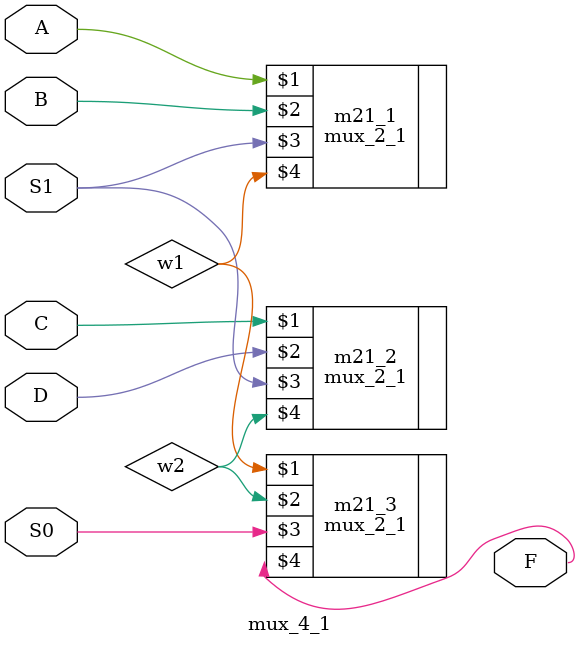
<source format=v>

module mux_4_1(A, B, C, D, S1, S0, F);

  input A, B, C, D, S1, S0;
  output F;
  wire w1,w2;
  mux_2_1 m21_1(A, B, S1, w1);
  mux_2_1 m21_2(C, D, S1, w2);
  mux_2_1 m21_3(w1, w2, S0, F);

endmodule

</source>
